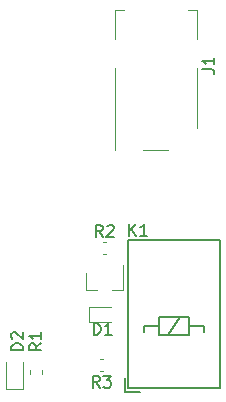
<source format=gbr>
G04 #@! TF.GenerationSoftware,KiCad,Pcbnew,5.0.1-33cea8e~66~ubuntu18.04.1*
G04 #@! TF.CreationDate,2018-10-18T18:40:30+09:00*
G04 #@! TF.ProjectId,touch_relay_jack,746F7563685F72656C61795F6A61636B,rev?*
G04 #@! TF.SameCoordinates,Original*
G04 #@! TF.FileFunction,Legend,Top*
G04 #@! TF.FilePolarity,Positive*
%FSLAX46Y46*%
G04 Gerber Fmt 4.6, Leading zero omitted, Abs format (unit mm)*
G04 Created by KiCad (PCBNEW 5.0.1-33cea8e~66~ubuntu18.04.1) date 2018年10月18日 18時40分30秒*
%MOMM*%
%LPD*%
G01*
G04 APERTURE LIST*
%ADD10C,0.120000*%
%ADD11C,0.150000*%
G04 APERTURE END LIST*
D10*
G04 #@! TO.C,D1*
X107370000Y-110652000D02*
X107370000Y-111852000D01*
X109220000Y-110652000D02*
X107370000Y-110652000D01*
X109220000Y-111852000D02*
X107370000Y-111852000D01*
G04 #@! TO.C,D2*
X100357000Y-115252000D02*
X100357000Y-117537000D01*
X100357000Y-117537000D02*
X101827000Y-117537000D01*
X101827000Y-117537000D02*
X101827000Y-115252000D01*
G04 #@! TO.C,J1*
X109580000Y-87970000D02*
X109580000Y-85470000D01*
X109580000Y-85470000D02*
X110330000Y-85470000D01*
X115730000Y-85470000D02*
X116480000Y-85470000D01*
X116480000Y-85470000D02*
X116480000Y-87970000D01*
X116480000Y-90370000D02*
X116480000Y-95470000D01*
X109580000Y-90370000D02*
X109580000Y-97370000D01*
X114080000Y-97370000D02*
X111980000Y-97370000D01*
D11*
G04 #@! TO.C,K1*
X110644000Y-117512000D02*
X118464000Y-117512000D01*
X118464000Y-117512000D02*
X118464000Y-104992000D01*
X118464000Y-104992000D02*
X110644000Y-104992000D01*
X110644000Y-104992000D02*
X110644000Y-117512000D01*
X110388400Y-116636800D02*
X110388400Y-117779800D01*
X110388400Y-117779800D02*
X111721900Y-117779800D01*
X112014000Y-112776000D02*
X112014000Y-112268000D01*
X112014000Y-112268000D02*
X113284000Y-112268000D01*
X115824000Y-112268000D02*
X117094000Y-112268000D01*
X117094000Y-112268000D02*
X117094000Y-112776000D01*
X113284000Y-113030000D02*
X113284000Y-111506000D01*
X113284000Y-111506000D02*
X115824000Y-111506000D01*
X115824000Y-111506000D02*
X115824000Y-113030000D01*
X115824000Y-113030000D02*
X113284000Y-113030000D01*
X114046000Y-113030000D02*
X115062000Y-111506000D01*
D10*
G04 #@! TO.C,Q1*
X107132000Y-109218000D02*
X108062000Y-109218000D01*
X110292000Y-109218000D02*
X109362000Y-109218000D01*
X110292000Y-109218000D02*
X110292000Y-107058000D01*
X107132000Y-109218000D02*
X107132000Y-107758000D01*
G04 #@! TO.C,R1*
X103380000Y-115941221D02*
X103380000Y-116266779D01*
X102360000Y-115941221D02*
X102360000Y-116266779D01*
G04 #@! TO.C,R2*
X108523221Y-106174000D02*
X108848779Y-106174000D01*
X108523221Y-105154000D02*
X108848779Y-105154000D01*
G04 #@! TO.C,R3*
X108594779Y-116080000D02*
X108269221Y-116080000D01*
X108594779Y-115060000D02*
X108269221Y-115060000D01*
G04 #@! TO.C,D1*
D11*
X107781904Y-112974380D02*
X107781904Y-111974380D01*
X108020000Y-111974380D01*
X108162857Y-112022000D01*
X108258095Y-112117238D01*
X108305714Y-112212476D01*
X108353333Y-112402952D01*
X108353333Y-112545809D01*
X108305714Y-112736285D01*
X108258095Y-112831523D01*
X108162857Y-112926761D01*
X108020000Y-112974380D01*
X107781904Y-112974380D01*
X109305714Y-112974380D02*
X108734285Y-112974380D01*
X109020000Y-112974380D02*
X109020000Y-111974380D01*
X108924761Y-112117238D01*
X108829523Y-112212476D01*
X108734285Y-112260095D01*
G04 #@! TO.C,D2*
X101798380Y-114275595D02*
X100798380Y-114275595D01*
X100798380Y-114037500D01*
X100846000Y-113894642D01*
X100941238Y-113799404D01*
X101036476Y-113751785D01*
X101226952Y-113704166D01*
X101369809Y-113704166D01*
X101560285Y-113751785D01*
X101655523Y-113799404D01*
X101750761Y-113894642D01*
X101798380Y-114037500D01*
X101798380Y-114275595D01*
X100893619Y-113323214D02*
X100846000Y-113275595D01*
X100798380Y-113180357D01*
X100798380Y-112942261D01*
X100846000Y-112847023D01*
X100893619Y-112799404D01*
X100988857Y-112751785D01*
X101084095Y-112751785D01*
X101226952Y-112799404D01*
X101798380Y-113370833D01*
X101798380Y-112751785D01*
G04 #@! TO.C,J1*
X116982380Y-90503333D02*
X117696666Y-90503333D01*
X117839523Y-90550952D01*
X117934761Y-90646190D01*
X117982380Y-90789047D01*
X117982380Y-90884285D01*
X117982380Y-89503333D02*
X117982380Y-90074761D01*
X117982380Y-89789047D02*
X116982380Y-89789047D01*
X117125238Y-89884285D01*
X117220476Y-89979523D01*
X117268095Y-90074761D01*
G04 #@! TO.C,K1*
X110767904Y-104592380D02*
X110767904Y-103592380D01*
X111339333Y-104592380D02*
X110910761Y-104020952D01*
X111339333Y-103592380D02*
X110767904Y-104163809D01*
X112291714Y-104592380D02*
X111720285Y-104592380D01*
X112006000Y-104592380D02*
X112006000Y-103592380D01*
X111910761Y-103735238D01*
X111815523Y-103830476D01*
X111720285Y-103878095D01*
G04 #@! TO.C,R1*
X103322380Y-113705166D02*
X102846190Y-114038500D01*
X103322380Y-114276595D02*
X102322380Y-114276595D01*
X102322380Y-113895642D01*
X102370000Y-113800404D01*
X102417619Y-113752785D01*
X102512857Y-113705166D01*
X102655714Y-113705166D01*
X102750952Y-113752785D01*
X102798571Y-113800404D01*
X102846190Y-113895642D01*
X102846190Y-114276595D01*
X103322380Y-112752785D02*
X103322380Y-113324214D01*
X103322380Y-113038500D02*
X102322380Y-113038500D01*
X102465238Y-113133738D01*
X102560476Y-113228976D01*
X102608095Y-113324214D01*
G04 #@! TO.C,R2*
X108519333Y-104686380D02*
X108186000Y-104210190D01*
X107947904Y-104686380D02*
X107947904Y-103686380D01*
X108328857Y-103686380D01*
X108424095Y-103734000D01*
X108471714Y-103781619D01*
X108519333Y-103876857D01*
X108519333Y-104019714D01*
X108471714Y-104114952D01*
X108424095Y-104162571D01*
X108328857Y-104210190D01*
X107947904Y-104210190D01*
X108900285Y-103781619D02*
X108947904Y-103734000D01*
X109043142Y-103686380D01*
X109281238Y-103686380D01*
X109376476Y-103734000D01*
X109424095Y-103781619D01*
X109471714Y-103876857D01*
X109471714Y-103972095D01*
X109424095Y-104114952D01*
X108852666Y-104686380D01*
X109471714Y-104686380D01*
G04 #@! TO.C,R3*
X108265333Y-117452380D02*
X107932000Y-116976190D01*
X107693904Y-117452380D02*
X107693904Y-116452380D01*
X108074857Y-116452380D01*
X108170095Y-116500000D01*
X108217714Y-116547619D01*
X108265333Y-116642857D01*
X108265333Y-116785714D01*
X108217714Y-116880952D01*
X108170095Y-116928571D01*
X108074857Y-116976190D01*
X107693904Y-116976190D01*
X108598666Y-116452380D02*
X109217714Y-116452380D01*
X108884380Y-116833333D01*
X109027238Y-116833333D01*
X109122476Y-116880952D01*
X109170095Y-116928571D01*
X109217714Y-117023809D01*
X109217714Y-117261904D01*
X109170095Y-117357142D01*
X109122476Y-117404761D01*
X109027238Y-117452380D01*
X108741523Y-117452380D01*
X108646285Y-117404761D01*
X108598666Y-117357142D01*
G04 #@! TD*
M02*

</source>
